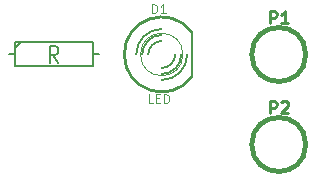
<source format=gto>
G04 (created by PCBNEW (2013-may-18)-stable) date sáb 17 oct 2015 08:08:27 CDT*
%MOIN*%
G04 Gerber Fmt 3.4, Leading zero omitted, Abs format*
%FSLAX34Y34*%
G01*
G70*
G90*
G04 APERTURE LIST*
%ADD10C,0.00393701*%
%ADD11C,0.008*%
%ADD12C,0.003*%
%ADD13C,0.01*%
%ADD14C,0.006*%
%ADD15C,0.015*%
%ADD16C,0.0035*%
G04 APERTURE END LIST*
G54D10*
G54D11*
X67000Y-49500D02*
X67200Y-49500D01*
X70000Y-49500D02*
X69800Y-49500D01*
X69800Y-49500D02*
X69800Y-49100D01*
X69800Y-49100D02*
X67200Y-49100D01*
X67200Y-49100D02*
X67200Y-49900D01*
X67200Y-49900D02*
X69800Y-49900D01*
X69800Y-49900D02*
X69800Y-49500D01*
X67200Y-49300D02*
X67400Y-49100D01*
X73120Y-50250D02*
X73120Y-48750D01*
G54D12*
X72807Y-49500D02*
G75*
G03X72807Y-49500I-707J0D01*
G74*
G01*
G54D13*
X73099Y-48749D02*
G75*
G03X73099Y-50250I-999J-750D01*
G74*
G01*
G54D14*
X72100Y-49050D02*
G75*
G03X71650Y-49500I0J-450D01*
G74*
G01*
X72100Y-49950D02*
G75*
G03X72550Y-49500I0J450D01*
G74*
G01*
X72100Y-48850D02*
G75*
G03X71450Y-49500I0J-650D01*
G74*
G01*
X72100Y-50150D02*
G75*
G03X72750Y-49500I0J650D01*
G74*
G01*
X72100Y-48650D02*
G75*
G03X71250Y-49500I0J-850D01*
G74*
G01*
X72100Y-50350D02*
G75*
G03X72950Y-49500I0J850D01*
G74*
G01*
G54D15*
X76900Y-49500D02*
G75*
G03X76900Y-49500I-900J0D01*
G74*
G01*
X76900Y-52500D02*
G75*
G03X76900Y-52500I-900J0D01*
G74*
G01*
G54D11*
X68654Y-49772D02*
X68488Y-49510D01*
X68369Y-49772D02*
X68369Y-49222D01*
X68559Y-49222D01*
X68607Y-49248D01*
X68630Y-49275D01*
X68654Y-49327D01*
X68654Y-49405D01*
X68630Y-49458D01*
X68607Y-49484D01*
X68559Y-49510D01*
X68369Y-49510D01*
G54D16*
X71778Y-48121D02*
X71778Y-47821D01*
X71850Y-47821D01*
X71892Y-47835D01*
X71921Y-47864D01*
X71935Y-47892D01*
X71950Y-47950D01*
X71950Y-47992D01*
X71935Y-48050D01*
X71921Y-48078D01*
X71892Y-48107D01*
X71850Y-48121D01*
X71778Y-48121D01*
X72235Y-48121D02*
X72064Y-48121D01*
X72150Y-48121D02*
X72150Y-47821D01*
X72121Y-47864D01*
X72092Y-47892D01*
X72064Y-47907D01*
X71807Y-51121D02*
X71664Y-51121D01*
X71664Y-50821D01*
X71907Y-50964D02*
X72007Y-50964D01*
X72050Y-51121D02*
X71907Y-51121D01*
X71907Y-50821D01*
X72050Y-50821D01*
X72178Y-51121D02*
X72178Y-50821D01*
X72250Y-50821D01*
X72292Y-50835D01*
X72321Y-50864D01*
X72335Y-50892D01*
X72350Y-50950D01*
X72350Y-50992D01*
X72335Y-51050D01*
X72321Y-51078D01*
X72292Y-51107D01*
X72250Y-51121D01*
X72178Y-51121D01*
G54D13*
X75704Y-48461D02*
X75704Y-48061D01*
X75857Y-48061D01*
X75895Y-48080D01*
X75914Y-48100D01*
X75933Y-48138D01*
X75933Y-48195D01*
X75914Y-48233D01*
X75895Y-48252D01*
X75857Y-48271D01*
X75704Y-48271D01*
X76314Y-48461D02*
X76085Y-48461D01*
X76200Y-48461D02*
X76200Y-48061D01*
X76161Y-48119D01*
X76123Y-48157D01*
X76085Y-48176D01*
X75704Y-51461D02*
X75704Y-51061D01*
X75857Y-51061D01*
X75895Y-51080D01*
X75914Y-51100D01*
X75933Y-51138D01*
X75933Y-51195D01*
X75914Y-51233D01*
X75895Y-51252D01*
X75857Y-51271D01*
X75704Y-51271D01*
X76085Y-51100D02*
X76104Y-51080D01*
X76142Y-51061D01*
X76238Y-51061D01*
X76276Y-51080D01*
X76295Y-51100D01*
X76314Y-51138D01*
X76314Y-51176D01*
X76295Y-51233D01*
X76066Y-51461D01*
X76314Y-51461D01*
M02*

</source>
